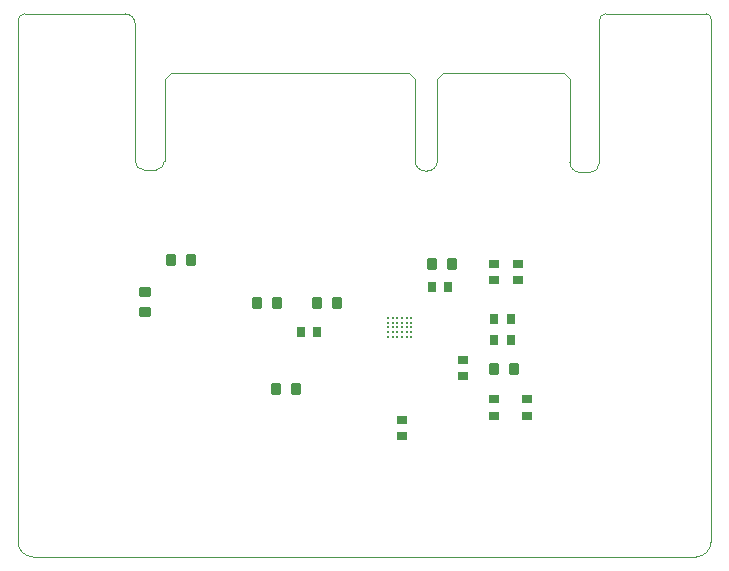
<source format=gtp>
G04*
G04 #@! TF.GenerationSoftware,Altium Limited,Altium Designer,22.9.1 (49)*
G04*
G04 Layer_Color=8421504*
%FSLAX25Y25*%
%MOIN*%
G70*
G04*
G04 #@! TF.SameCoordinates,75BF9A83-B890-44CC-8EB5-75566BACED9D*
G04*
G04*
G04 #@! TF.FilePolarity,Positive*
G04*
G01*
G75*
%ADD12C,0.00394*%
%ADD15C,0.00397*%
G04:AMPARAMS|DCode=16|XSize=39.37mil|YSize=35.43mil|CornerRadius=4.43mil|HoleSize=0mil|Usage=FLASHONLY|Rotation=90.000|XOffset=0mil|YOffset=0mil|HoleType=Round|Shape=RoundedRectangle|*
%AMROUNDEDRECTD16*
21,1,0.03937,0.02657,0,0,90.0*
21,1,0.03051,0.03543,0,0,90.0*
1,1,0.00886,0.01329,0.01526*
1,1,0.00886,0.01329,-0.01526*
1,1,0.00886,-0.01329,-0.01526*
1,1,0.00886,-0.01329,0.01526*
%
%ADD16ROUNDEDRECTD16*%
%ADD17R,0.02953X0.03740*%
%ADD18C,0.00945*%
%ADD19R,0.03740X0.02953*%
G04:AMPARAMS|DCode=20|XSize=39.37mil|YSize=35.43mil|CornerRadius=4.43mil|HoleSize=0mil|Usage=FLASHONLY|Rotation=180.000|XOffset=0mil|YOffset=0mil|HoleType=Round|Shape=RoundedRectangle|*
%AMROUNDEDRECTD20*
21,1,0.03937,0.02657,0,0,180.0*
21,1,0.03051,0.03543,0,0,180.0*
1,1,0.00886,-0.01526,0.01329*
1,1,0.00886,0.01526,0.01329*
1,1,0.00886,0.01526,-0.01329*
1,1,0.00886,-0.01526,-0.01329*
%
%ADD20ROUNDEDRECTD20*%
D12*
X39933Y328964D02*
G03*
X36614Y332283I-3319J0D01*
G01*
X3150Y332283D02*
G03*
X886Y330020I0J-2264D01*
G01*
X231886Y327354D02*
G03*
X231890Y327358I0J4D01*
G01*
Y330709D02*
G03*
X230315Y332283I-1575J0D01*
G01*
X196850D02*
G03*
X194658Y330091I0J-2193D01*
G01*
X3150Y332283D02*
X36614D01*
X39933Y290010D02*
Y328964D01*
X886Y325854D02*
Y330020D01*
X196850Y332283D02*
X230315D01*
X194658Y282453D02*
Y330091D01*
X184815Y282902D02*
Y290144D01*
X39933Y283208D02*
Y290010D01*
X49776Y283240D02*
Y290010D01*
X142689Y312634D02*
X182846D01*
X184815Y290144D02*
Y310665D01*
X49776Y290010D02*
Y310665D01*
X51744Y312634D01*
X131272D02*
X133240Y310665D01*
X140720D02*
X142689Y312634D01*
X182846D02*
X184815Y310665D01*
X51744Y312634D02*
X131272D01*
X133240Y283303D02*
Y310665D01*
X140720Y283303D02*
Y310665D01*
D15*
X191605Y279400D02*
G03*
X194658Y282453I0J3053D01*
G01*
X184815Y282902D02*
G03*
X188317Y279400I3501J0D01*
G01*
X137317Y279900D02*
G03*
X140720Y283303I0J3403D01*
G01*
X133240D02*
G03*
X136643Y279900I3403J0D01*
G01*
X46835Y280300D02*
G03*
X49776Y283240I0J2940D01*
G01*
X39933Y283208D02*
G03*
X42841Y280300I2908J0D01*
G01*
X886Y156300D02*
G03*
X5886Y151300I5000J0D01*
G01*
X226890D02*
G03*
X231890Y156300I0J5000D01*
G01*
X42841Y280300D02*
X46835D01*
X188317Y279400D02*
X191605D01*
X136643Y279900D02*
X137317D01*
X886Y156300D02*
Y325854D01*
X5886Y151300D02*
X89300D01*
X226890D01*
X231886Y330709D02*
X231886Y156296D01*
D16*
X51753Y250300D02*
D03*
X58447D02*
D03*
X159653Y214000D02*
D03*
X166347D02*
D03*
X93593Y207100D02*
D03*
X86900D02*
D03*
X145546Y248900D02*
D03*
X138854D02*
D03*
X87147Y236000D02*
D03*
X80453D02*
D03*
X100554D02*
D03*
X107246D02*
D03*
D17*
X165100Y223453D02*
D03*
X159588D02*
D03*
X165100Y230453D02*
D03*
X159588D02*
D03*
X100600Y226153D02*
D03*
X95088D02*
D03*
X138744Y241100D02*
D03*
X144256D02*
D03*
D18*
X132056Y230946D02*
D03*
Y229371D02*
D03*
Y227796D02*
D03*
Y226221D02*
D03*
Y224646D02*
D03*
X130482Y230946D02*
D03*
Y229371D02*
D03*
Y227796D02*
D03*
Y226221D02*
D03*
Y224646D02*
D03*
X128907Y230946D02*
D03*
Y229371D02*
D03*
Y227796D02*
D03*
Y226221D02*
D03*
Y224646D02*
D03*
X127332Y230946D02*
D03*
Y229371D02*
D03*
Y227796D02*
D03*
Y226221D02*
D03*
Y224646D02*
D03*
X125757Y230946D02*
D03*
Y229371D02*
D03*
Y227796D02*
D03*
Y226221D02*
D03*
Y224646D02*
D03*
X124182Y230946D02*
D03*
Y229371D02*
D03*
Y227796D02*
D03*
Y226221D02*
D03*
Y224646D02*
D03*
D19*
X170444Y203809D02*
D03*
Y198298D02*
D03*
X159444Y203809D02*
D03*
Y198298D02*
D03*
X128944Y196965D02*
D03*
Y191454D02*
D03*
X159544Y249009D02*
D03*
Y243498D02*
D03*
X167544Y248965D02*
D03*
Y243454D02*
D03*
X149144Y216910D02*
D03*
Y211398D02*
D03*
D20*
X43300Y232954D02*
D03*
Y239647D02*
D03*
M02*

</source>
